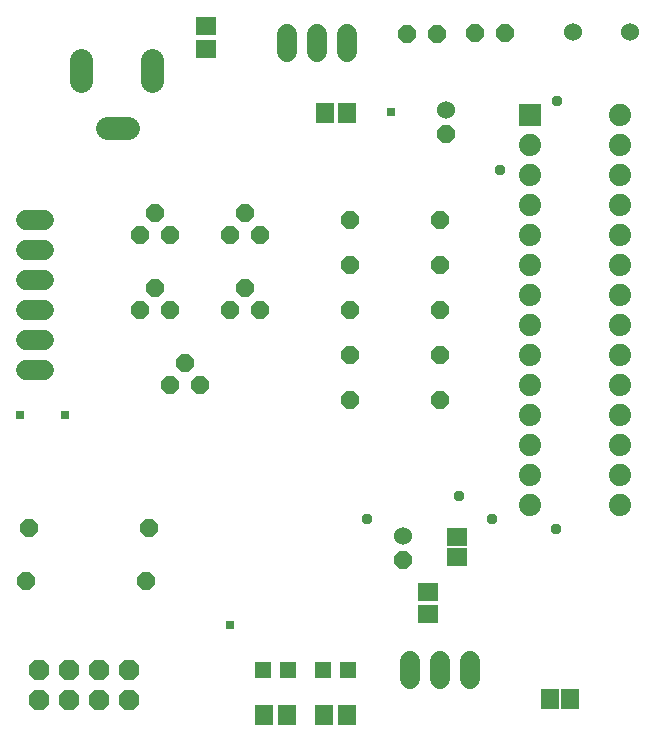
<source format=gbr>
G04 EAGLE Gerber X2 export*
%TF.Part,Single*%
%TF.FileFunction,Soldermask,Top,1*%
%TF.FilePolarity,Negative*%
%TF.GenerationSoftware,Autodesk,EAGLE,9.0.1*%
%TF.CreationDate,2018-05-13T22:07:24Z*%
G75*
%MOMM*%
%FSLAX34Y34*%
%LPD*%
%AMOC8*
5,1,8,0,0,1.08239X$1,22.5*%
G01*
%ADD10P,1.649562X8X22.500000*%
%ADD11P,1.649562X8X202.500000*%
%ADD12C,1.727200*%
%ADD13C,1.524000*%
%ADD14R,1.879600X1.879600*%
%ADD15C,1.879600*%
%ADD16P,1.869504X8X22.500000*%
%ADD17C,1.981200*%
%ADD18R,1.403200X1.403200*%
%ADD19R,1.503200X1.703200*%
%ADD20R,0.802800X0.802800*%
%ADD21R,1.703200X1.503200*%
%ADD22P,1.649562X8X292.500000*%
%ADD23C,0.959600*%


D10*
X409956Y616102D03*
X435356Y616102D03*
D11*
X377952Y614578D03*
X352552Y614578D03*
D12*
X251460Y614477D02*
X251460Y599237D01*
X276860Y599237D02*
X276860Y614477D01*
X302260Y614477D02*
X302260Y599237D01*
X355600Y83820D02*
X355600Y68580D01*
X381000Y68580D02*
X381000Y83820D01*
X406400Y83820D02*
X406400Y68580D01*
X45720Y457200D02*
X30480Y457200D01*
X30480Y431800D02*
X45720Y431800D01*
X45720Y406400D02*
X30480Y406400D01*
X30480Y381000D02*
X45720Y381000D01*
X45720Y355600D02*
X30480Y355600D01*
X30480Y330200D02*
X45720Y330200D01*
D10*
X228600Y444500D03*
X215900Y463550D03*
X203200Y444500D03*
D11*
X381000Y457200D03*
X304800Y457200D03*
D10*
X152400Y444500D03*
X139700Y463550D03*
X127000Y444500D03*
D11*
X381000Y419100D03*
X304800Y419100D03*
D10*
X228600Y381000D03*
X215900Y400050D03*
X203200Y381000D03*
D11*
X381000Y381000D03*
X304800Y381000D03*
D10*
X152400Y381000D03*
X139700Y400050D03*
X127000Y381000D03*
D11*
X381000Y342900D03*
X304800Y342900D03*
D10*
X177800Y317500D03*
X165100Y336550D03*
X152400Y317500D03*
D11*
X381000Y304800D03*
X304800Y304800D03*
D13*
X493014Y616407D03*
X541274Y616407D03*
D10*
X30175Y151587D03*
X131775Y151587D03*
D11*
X134722Y196698D03*
X33122Y196698D03*
D14*
X457200Y546100D03*
D15*
X457200Y520700D03*
X457200Y495300D03*
X457200Y469900D03*
X457200Y444500D03*
X457200Y419100D03*
X457200Y393700D03*
X457200Y368300D03*
X457200Y342900D03*
X457200Y317500D03*
X457200Y292100D03*
X457200Y266700D03*
X457200Y241300D03*
X457200Y215900D03*
X533400Y215900D03*
X533400Y241300D03*
X533400Y266700D03*
X533400Y292100D03*
X533400Y317500D03*
X533400Y342900D03*
X533400Y368300D03*
X533400Y393700D03*
X533400Y419100D03*
X533400Y444500D03*
X533400Y469900D03*
X533400Y495300D03*
X533400Y520700D03*
X533400Y546100D03*
D16*
X41250Y51105D03*
X41250Y76505D03*
X66650Y51105D03*
X66650Y76505D03*
X92050Y51105D03*
X92050Y76505D03*
X117450Y51105D03*
X117450Y76505D03*
D17*
X77000Y575310D02*
X77000Y593090D01*
X137000Y593090D02*
X137000Y575310D01*
X116390Y535200D02*
X98610Y535200D01*
D18*
X302600Y76200D03*
X281600Y76200D03*
X230800Y76200D03*
X251800Y76200D03*
D19*
X301600Y38100D03*
X282600Y38100D03*
X250800Y38100D03*
X231800Y38100D03*
D20*
X25400Y292100D03*
X339039Y548538D03*
X203200Y114300D03*
X63500Y292100D03*
D21*
X182270Y621437D03*
X182270Y602437D03*
D19*
X283210Y547624D03*
X302210Y547624D03*
X490592Y52121D03*
X473592Y52121D03*
D21*
X370332Y142494D03*
X370332Y123494D03*
X395427Y188840D03*
X395427Y171840D03*
D22*
X349809Y169875D03*
D13*
X349809Y190195D03*
D22*
X385877Y530352D03*
D13*
X385877Y550672D03*
D23*
X479654Y558190D03*
X478942Y195478D03*
X424688Y204622D03*
X318516Y203911D03*
X396443Y223825D03*
X431292Y499872D03*
M02*

</source>
